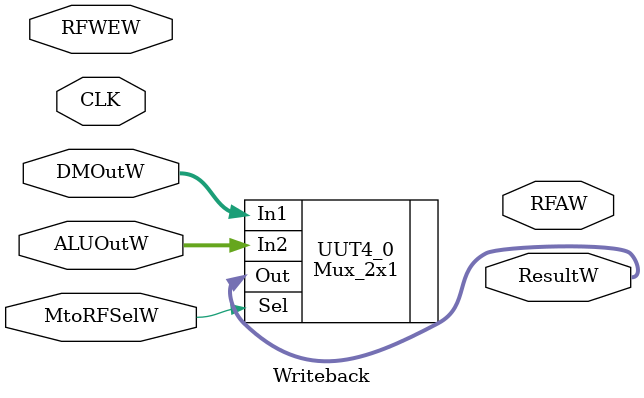
<source format=v>
`timescale 1ns / 1ps

module Writeback #(parameter AWL = 6, DWL = 32, DEPTH = 2**AWL)
                  (input CLK,
                   input RFWEW,
                   input MtoRFSelW,
                   input [DWL-1:0] DMOutW, ALUOutW,
                   output [AWL-2:0] RFAW,
                   output [DWL-1:0] ResultW);
                   
Mux_2x1 #(.AWL(AWL), .DWL(DWL), .DEPTH(DEPTH))    
        UUT4_0 (.In1(DMOutW), .In2(ALUOutW), .Sel(MtoRFSelW), .Out(ResultW));       
                   
endmodule

</source>
